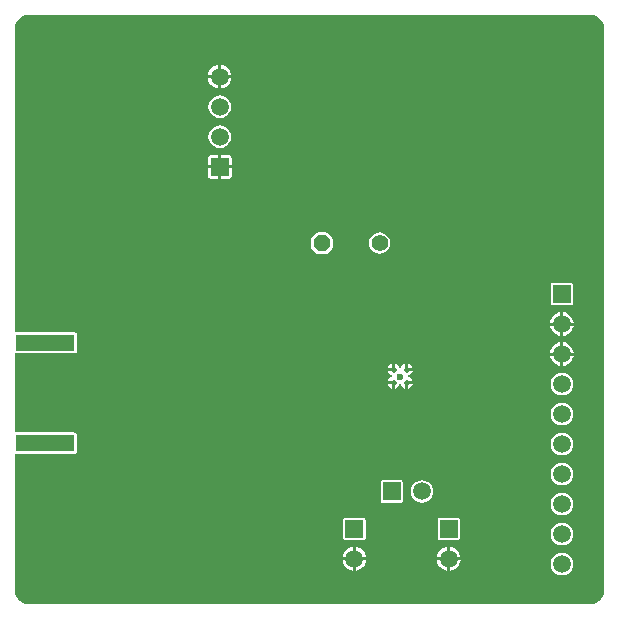
<source format=gbl>
G04 Layer_Physical_Order=2*
G04 Layer_Color=16711680*
%FSLAX44Y44*%
%MOMM*%
G71*
G01*
G75*
%ADD16R,5.0000X1.4000*%
%ADD32C,1.5000*%
%ADD33R,1.5000X1.5000*%
%ADD34P,1.5154X8X22.5*%
%ADD35C,1.4000*%
%ADD36R,1.5000X1.5000*%
%ADD37C,1.2700*%
%ADD38C,0.6000*%
%ADD39C,0.5000*%
G36*
X490114Y498622D02*
X492426Y497665D01*
X494506Y496275D01*
X496275Y494506D01*
X497665Y492426D01*
X498622Y490114D01*
X499110Y487661D01*
Y486410D01*
Y12700D01*
Y11449D01*
X498622Y8996D01*
X497665Y6684D01*
X496275Y4604D01*
X494506Y2835D01*
X492426Y1445D01*
X490114Y488D01*
X487661Y0D01*
X11449D01*
X8996Y488D01*
X6684Y1445D01*
X4604Y2835D01*
X2835Y4604D01*
X1445Y6684D01*
X488Y8996D01*
X0Y11449D01*
Y12700D01*
Y127051D01*
X500Y127461D01*
X50500D01*
X51280Y127616D01*
X51942Y128058D01*
X52384Y128720D01*
X52539Y129500D01*
Y143500D01*
X52384Y144280D01*
X51942Y144942D01*
X51280Y145384D01*
X50500Y145539D01*
X500D01*
X0Y145949D01*
Y212050D01*
X500Y212461D01*
X50500D01*
X51280Y212616D01*
X51942Y213058D01*
X52384Y213720D01*
X52539Y214500D01*
Y228500D01*
X52384Y229280D01*
X51942Y229942D01*
X51280Y230384D01*
X50500Y230539D01*
X500D01*
X0Y230949D01*
Y486410D01*
Y487661D01*
X488Y490114D01*
X1445Y492426D01*
X2835Y494506D01*
X4604Y496275D01*
X6684Y497665D01*
X8996Y498622D01*
X11449Y499110D01*
X487661D01*
X490114Y498622D01*
D02*
G37*
%LPC*%
G36*
X326850Y105039D02*
X311850D01*
X311070Y104884D01*
X310408Y104442D01*
X309966Y103780D01*
X309811Y103000D01*
Y88000D01*
X309966Y87220D01*
X310408Y86558D01*
X311070Y86116D01*
X311850Y85961D01*
X326850D01*
X327630Y86116D01*
X328292Y86558D01*
X328734Y87220D01*
X328889Y88000D01*
Y103000D01*
X328734Y103780D01*
X328292Y104442D01*
X327630Y104884D01*
X326850Y105039D01*
D02*
G37*
G36*
X463250Y119832D02*
X460770Y119506D01*
X458459Y118548D01*
X456475Y117025D01*
X454952Y115041D01*
X453994Y112730D01*
X453668Y110250D01*
X453994Y107770D01*
X454952Y105459D01*
X456475Y103475D01*
X458459Y101952D01*
X460770Y100995D01*
X463250Y100668D01*
X465730Y100995D01*
X468041Y101952D01*
X470025Y103475D01*
X471548Y105459D01*
X472505Y107770D01*
X472832Y110250D01*
X472505Y112730D01*
X471548Y115041D01*
X470025Y117025D01*
X468041Y118548D01*
X465730Y119506D01*
X463250Y119832D01*
D02*
G37*
G36*
X344750Y105082D02*
X342270Y104755D01*
X339959Y103798D01*
X337975Y102275D01*
X336452Y100291D01*
X335495Y97980D01*
X335168Y95500D01*
X335495Y93020D01*
X336452Y90709D01*
X337975Y88725D01*
X339959Y87202D01*
X342270Y86245D01*
X344750Y85918D01*
X347230Y86245D01*
X349541Y87202D01*
X351525Y88725D01*
X353048Y90709D01*
X354006Y93020D01*
X354332Y95500D01*
X354006Y97980D01*
X353048Y100291D01*
X351525Y102275D01*
X349541Y103798D01*
X347230Y104755D01*
X344750Y105082D01*
D02*
G37*
G36*
X375000Y73439D02*
X360000D01*
X359220Y73284D01*
X358558Y72842D01*
X358116Y72180D01*
X357961Y71400D01*
Y56400D01*
X358116Y55620D01*
X358558Y54958D01*
X359220Y54516D01*
X360000Y54361D01*
X375000D01*
X375780Y54516D01*
X376442Y54958D01*
X376884Y55620D01*
X377039Y56400D01*
Y71400D01*
X376884Y72180D01*
X376442Y72842D01*
X375780Y73284D01*
X375000Y73439D01*
D02*
G37*
G36*
X463250Y94432D02*
X460770Y94106D01*
X458459Y93148D01*
X456475Y91625D01*
X454952Y89641D01*
X453994Y87330D01*
X453668Y84850D01*
X453994Y82370D01*
X454952Y80059D01*
X456475Y78074D01*
X458459Y76552D01*
X460770Y75595D01*
X463250Y75268D01*
X465730Y75595D01*
X468041Y76552D01*
X470025Y78074D01*
X471548Y80059D01*
X472505Y82370D01*
X472832Y84850D01*
X472505Y87330D01*
X471548Y89641D01*
X470025Y91625D01*
X468041Y93148D01*
X465730Y94106D01*
X463250Y94432D01*
D02*
G37*
G36*
Y145232D02*
X460770Y144906D01*
X458459Y143948D01*
X456475Y142425D01*
X454952Y140441D01*
X453994Y138130D01*
X453668Y135650D01*
X453994Y133170D01*
X454952Y130859D01*
X456475Y128875D01*
X458459Y127352D01*
X460770Y126395D01*
X463250Y126068D01*
X465730Y126395D01*
X468041Y127352D01*
X470025Y128875D01*
X471548Y130859D01*
X472505Y133170D01*
X472832Y135650D01*
X472505Y138130D01*
X471548Y140441D01*
X470025Y142425D01*
X468041Y143948D01*
X465730Y144906D01*
X463250Y145232D01*
D02*
G37*
G36*
X336776Y186270D02*
X333160D01*
Y182654D01*
X333857Y182792D01*
X335524Y183906D01*
X336638Y185574D01*
X336776Y186270D01*
D02*
G37*
G36*
X319620Y203426D02*
X318923Y203288D01*
X317256Y202174D01*
X316142Y200506D01*
X316004Y199810D01*
X319620D01*
Y203426D01*
D02*
G37*
G36*
Y186270D02*
X316004D01*
X316142Y185574D01*
X317256Y183906D01*
X318923Y182792D01*
X319620Y182654D01*
Y186270D01*
D02*
G37*
G36*
X463250Y170632D02*
X460770Y170306D01*
X458459Y169348D01*
X456475Y167825D01*
X454952Y165841D01*
X453994Y163530D01*
X453668Y161050D01*
X453994Y158570D01*
X454952Y156259D01*
X456475Y154275D01*
X458459Y152752D01*
X460770Y151795D01*
X463250Y151468D01*
X465730Y151795D01*
X468041Y152752D01*
X470025Y154275D01*
X471548Y156259D01*
X472505Y158570D01*
X472832Y161050D01*
X472505Y163530D01*
X471548Y165841D01*
X470025Y167825D01*
X468041Y169348D01*
X465730Y170306D01*
X463250Y170632D01*
D02*
G37*
G36*
Y196032D02*
X460770Y195706D01*
X458459Y194748D01*
X456475Y193225D01*
X454952Y191241D01*
X453994Y188930D01*
X453668Y186450D01*
X453994Y183970D01*
X454952Y181659D01*
X456475Y179674D01*
X458459Y178152D01*
X460770Y177194D01*
X463250Y176868D01*
X465730Y177194D01*
X468041Y178152D01*
X470025Y179674D01*
X471548Y181659D01*
X472505Y183970D01*
X472832Y186450D01*
X472505Y188930D01*
X471548Y191241D01*
X470025Y193225D01*
X468041Y194748D01*
X465730Y195706D01*
X463250Y196032D01*
D02*
G37*
G36*
X297459Y37230D02*
X288770D01*
Y28541D01*
X290121Y28718D01*
X292563Y29730D01*
X294661Y31339D01*
X296270Y33437D01*
X297282Y35879D01*
X297459Y37230D01*
D02*
G37*
G36*
X377459D02*
X368770D01*
Y28541D01*
X370121Y28718D01*
X372563Y29730D01*
X374661Y31339D01*
X376270Y33437D01*
X377282Y35879D01*
X377459Y37230D01*
D02*
G37*
G36*
X366230D02*
X357541D01*
X357718Y35879D01*
X358730Y33437D01*
X360339Y31339D01*
X362437Y29730D01*
X364879Y28718D01*
X366230Y28541D01*
Y37230D01*
D02*
G37*
G36*
X463250Y43632D02*
X460770Y43306D01*
X458459Y42348D01*
X456475Y40825D01*
X454952Y38841D01*
X453994Y36530D01*
X453668Y34050D01*
X453994Y31570D01*
X454952Y29259D01*
X456475Y27274D01*
X458459Y25752D01*
X460770Y24794D01*
X463250Y24468D01*
X465730Y24794D01*
X468041Y25752D01*
X470025Y27274D01*
X471548Y29259D01*
X472505Y31570D01*
X472832Y34050D01*
X472505Y36530D01*
X471548Y38841D01*
X470025Y40825D01*
X468041Y42348D01*
X465730Y43306D01*
X463250Y43632D01*
D02*
G37*
G36*
X286230Y37230D02*
X277541D01*
X277718Y35879D01*
X278730Y33437D01*
X280339Y31339D01*
X282437Y29730D01*
X284879Y28718D01*
X286230Y28541D01*
Y37230D01*
D02*
G37*
G36*
Y48459D02*
X284879Y48282D01*
X282437Y47270D01*
X280339Y45661D01*
X278730Y43563D01*
X277718Y41121D01*
X277541Y39770D01*
X286230D01*
Y48459D01*
D02*
G37*
G36*
X463250Y69032D02*
X460770Y68706D01*
X458459Y67748D01*
X456475Y66225D01*
X454952Y64241D01*
X453994Y61930D01*
X453668Y59450D01*
X453994Y56970D01*
X454952Y54659D01*
X456475Y52674D01*
X458459Y51152D01*
X460770Y50195D01*
X463250Y49868D01*
X465730Y50195D01*
X468041Y51152D01*
X470025Y52674D01*
X471548Y54659D01*
X472505Y56970D01*
X472832Y59450D01*
X472505Y61930D01*
X471548Y64241D01*
X470025Y66225D01*
X468041Y67748D01*
X465730Y68706D01*
X463250Y69032D01*
D02*
G37*
G36*
X295000Y73439D02*
X280000D01*
X279220Y73284D01*
X278558Y72842D01*
X278116Y72180D01*
X277961Y71400D01*
Y56400D01*
X278116Y55620D01*
X278558Y54958D01*
X279220Y54516D01*
X280000Y54361D01*
X295000D01*
X295780Y54516D01*
X296442Y54958D01*
X296884Y55620D01*
X297039Y56400D01*
Y71400D01*
X296884Y72180D01*
X296442Y72842D01*
X295780Y73284D01*
X295000Y73439D01*
D02*
G37*
G36*
X368770Y48459D02*
Y39770D01*
X377459D01*
X377282Y41121D01*
X376270Y43563D01*
X374661Y45661D01*
X372563Y47270D01*
X370121Y48282D01*
X368770Y48459D01*
D02*
G37*
G36*
X366230D02*
X364879Y48282D01*
X362437Y47270D01*
X360339Y45661D01*
X358730Y43563D01*
X357718Y41121D01*
X357541Y39770D01*
X366230D01*
Y48459D01*
D02*
G37*
G36*
X288770D02*
Y39770D01*
X297459D01*
X297282Y41121D01*
X296270Y43563D01*
X294661Y45661D01*
X292563Y47270D01*
X290121Y48282D01*
X288770Y48459D01*
D02*
G37*
G36*
X172230Y380590D02*
X166000D01*
X165009Y380393D01*
X164169Y379831D01*
X163607Y378991D01*
X163410Y378000D01*
Y371770D01*
X172230D01*
Y380590D01*
D02*
G37*
G36*
X181000D02*
X174770D01*
Y371770D01*
X183590D01*
Y378000D01*
X183393Y378991D01*
X182831Y379831D01*
X181991Y380393D01*
X181000Y380590D01*
D02*
G37*
G36*
X183590Y369230D02*
X174770D01*
Y360410D01*
X181000D01*
X181991Y360607D01*
X182831Y361169D01*
X183393Y362009D01*
X183590Y363000D01*
Y369230D01*
D02*
G37*
G36*
X263600Y314789D02*
X263600Y314789D01*
X256600D01*
X255820Y314634D01*
X255158Y314192D01*
X251658Y310692D01*
X251658Y310692D01*
X251216Y310030D01*
X251061Y309250D01*
X251061Y309250D01*
Y302250D01*
X251216Y301470D01*
X251658Y300808D01*
X255158Y297308D01*
X255158Y297308D01*
X255820Y296866D01*
X256600Y296711D01*
X256600Y296711D01*
X263600D01*
X264380Y296866D01*
X265042Y297308D01*
X268542Y300808D01*
X268542Y300808D01*
X268984Y301470D01*
X269139Y302250D01*
X269139Y302250D01*
Y309250D01*
X268984Y310030D01*
X268542Y310692D01*
X265042Y314192D01*
X265042Y314192D01*
X264380Y314634D01*
X263600Y314789D01*
D02*
G37*
G36*
X172230Y369230D02*
X163410D01*
Y363000D01*
X163607Y362009D01*
X164169Y361169D01*
X165009Y360607D01*
X166000Y360410D01*
X172230D01*
Y369230D01*
D02*
G37*
G36*
X173500Y405482D02*
X171020Y405155D01*
X168709Y404198D01*
X166725Y402675D01*
X165202Y400691D01*
X164245Y398380D01*
X163918Y395900D01*
X164245Y393420D01*
X165202Y391109D01*
X166725Y389124D01*
X168709Y387602D01*
X171020Y386645D01*
X173500Y386318D01*
X175980Y386645D01*
X178291Y387602D01*
X180275Y389124D01*
X181798Y391109D01*
X182756Y393420D01*
X183082Y395900D01*
X182756Y398380D01*
X181798Y400691D01*
X180275Y402675D01*
X178291Y404198D01*
X175980Y405155D01*
X173500Y405482D01*
D02*
G37*
G36*
X172230Y456659D02*
X170879Y456482D01*
X168437Y455470D01*
X166339Y453861D01*
X164730Y451763D01*
X163718Y449321D01*
X163541Y447970D01*
X172230D01*
Y456659D01*
D02*
G37*
G36*
X174770D02*
Y447970D01*
X183459D01*
X183282Y449321D01*
X182270Y451763D01*
X180661Y453861D01*
X178563Y455470D01*
X176121Y456482D01*
X174770Y456659D01*
D02*
G37*
G36*
X172230Y445430D02*
X163541D01*
X163718Y444079D01*
X164730Y441637D01*
X166339Y439539D01*
X168437Y437930D01*
X170879Y436918D01*
X172230Y436741D01*
Y445430D01*
D02*
G37*
G36*
X173500Y430882D02*
X171020Y430555D01*
X168709Y429598D01*
X166725Y428075D01*
X165202Y426091D01*
X164245Y423780D01*
X163918Y421300D01*
X164245Y418820D01*
X165202Y416509D01*
X166725Y414524D01*
X168709Y413002D01*
X171020Y412044D01*
X173500Y411718D01*
X175980Y412044D01*
X178291Y413002D01*
X180275Y414524D01*
X181798Y416509D01*
X182756Y418820D01*
X183082Y421300D01*
X182756Y423780D01*
X181798Y426091D01*
X180275Y428075D01*
X178291Y429598D01*
X175980Y430555D01*
X173500Y430882D01*
D02*
G37*
G36*
X183459Y445430D02*
X174770D01*
Y436741D01*
X176121Y436918D01*
X178563Y437930D01*
X180661Y439539D01*
X182270Y441637D01*
X183282Y444079D01*
X183459Y445430D01*
D02*
G37*
G36*
X308900Y314828D02*
X306551Y314518D01*
X304361Y313612D01*
X302481Y312169D01*
X301038Y310289D01*
X300132Y308099D01*
X299822Y305750D01*
X300132Y303400D01*
X301038Y301211D01*
X302481Y299331D01*
X304361Y297889D01*
X306551Y296982D01*
X308900Y296672D01*
X311250Y296982D01*
X313439Y297889D01*
X315319Y299331D01*
X316761Y301211D01*
X317668Y303400D01*
X317978Y305750D01*
X317668Y308099D01*
X316761Y310289D01*
X315319Y312169D01*
X313439Y313612D01*
X311250Y314518D01*
X308900Y314828D01*
D02*
G37*
G36*
X461980Y210580D02*
X453291D01*
X453468Y209229D01*
X454480Y206787D01*
X456089Y204689D01*
X458187Y203080D01*
X460629Y202068D01*
X461980Y201891D01*
Y210580D01*
D02*
G37*
G36*
Y221809D02*
X460629Y221632D01*
X458187Y220620D01*
X456089Y219011D01*
X454480Y216913D01*
X453468Y214471D01*
X453291Y213120D01*
X461980D01*
Y221809D01*
D02*
G37*
G36*
X473209Y210580D02*
X464520D01*
Y201891D01*
X465871Y202068D01*
X468313Y203080D01*
X470411Y204689D01*
X472020Y206787D01*
X473032Y209229D01*
X473209Y210580D01*
D02*
G37*
G36*
X333160Y203426D02*
Y199810D01*
X336776D01*
X336638Y200506D01*
X335524Y202174D01*
X333857Y203288D01*
X333160Y203426D01*
D02*
G37*
G36*
X330620D02*
X329924Y203288D01*
X328256Y202174D01*
X327142Y200506D01*
X327037Y199979D01*
X325743D01*
X325638Y200506D01*
X324524Y202174D01*
X322856Y203288D01*
X322160Y203426D01*
Y198540D01*
X320890D01*
Y197270D01*
X316004D01*
X316142Y196574D01*
X317256Y194906D01*
X318923Y193792D01*
X319451Y193687D01*
Y192393D01*
X318923Y192288D01*
X317256Y191174D01*
X316142Y189506D01*
X316004Y188810D01*
X320890D01*
Y187540D01*
X322160D01*
Y182654D01*
X322856Y182792D01*
X324524Y183906D01*
X325638Y185574D01*
X325743Y186101D01*
X327037D01*
X327142Y185574D01*
X328256Y183906D01*
X329924Y182792D01*
X330620Y182654D01*
Y187540D01*
X331890D01*
Y188810D01*
X336776D01*
X336638Y189506D01*
X335524Y191174D01*
X333857Y192288D01*
X333329Y192393D01*
Y193687D01*
X333857Y193792D01*
X335524Y194906D01*
X336638Y196574D01*
X336776Y197270D01*
X331890D01*
Y198540D01*
X330620D01*
Y203426D01*
D02*
G37*
G36*
X464520Y221809D02*
Y213120D01*
X473209D01*
X473032Y214471D01*
X472020Y216913D01*
X470411Y219011D01*
X468313Y220620D01*
X465871Y221632D01*
X464520Y221809D01*
D02*
G37*
G36*
Y247209D02*
Y238520D01*
X473209D01*
X473032Y239871D01*
X472020Y242313D01*
X470411Y244411D01*
X468313Y246020D01*
X465871Y247032D01*
X464520Y247209D01*
D02*
G37*
G36*
X470750Y272189D02*
X455750D01*
X454970Y272034D01*
X454308Y271592D01*
X453866Y270930D01*
X453711Y270150D01*
Y255150D01*
X453866Y254370D01*
X454308Y253708D01*
X454970Y253266D01*
X455750Y253111D01*
X470750D01*
X471530Y253266D01*
X472192Y253708D01*
X472634Y254370D01*
X472789Y255150D01*
Y270150D01*
X472634Y270930D01*
X472192Y271592D01*
X471530Y272034D01*
X470750Y272189D01*
D02*
G37*
G36*
X461980Y247209D02*
X460629Y247032D01*
X458187Y246020D01*
X456089Y244411D01*
X454480Y242313D01*
X453468Y239871D01*
X453291Y238520D01*
X461980D01*
Y247209D01*
D02*
G37*
G36*
X473209Y235980D02*
X464520D01*
Y227291D01*
X465871Y227468D01*
X468313Y228480D01*
X470411Y230089D01*
X472020Y232187D01*
X473032Y234629D01*
X473209Y235980D01*
D02*
G37*
G36*
X461980D02*
X453291D01*
X453468Y234629D01*
X454480Y232187D01*
X456089Y230089D01*
X458187Y228480D01*
X460629Y227468D01*
X461980Y227291D01*
Y235980D01*
D02*
G37*
%LPD*%
D16*
X25500Y221500D02*
D03*
Y136500D02*
D03*
D32*
X173500Y446700D02*
D03*
Y421300D02*
D03*
Y395900D02*
D03*
X367500Y38500D02*
D03*
X463250Y211850D02*
D03*
Y34050D02*
D03*
Y59450D02*
D03*
Y84850D02*
D03*
Y110250D02*
D03*
Y135650D02*
D03*
Y161050D02*
D03*
Y186450D02*
D03*
Y237250D02*
D03*
X344750Y95500D02*
D03*
X287500Y38500D02*
D03*
D33*
X173500Y370500D02*
D03*
X367500Y63900D02*
D03*
X463250Y262650D02*
D03*
X287500Y63900D02*
D03*
D34*
X260100Y305750D02*
D03*
D35*
X308900D02*
D03*
D36*
X319350Y95500D02*
D03*
D37*
X62000Y125000D02*
D03*
X63750Y234750D02*
D03*
X43500Y116750D02*
D03*
X47500Y241750D02*
D03*
X29250D02*
D03*
X12000Y242250D02*
D03*
X285000Y305000D02*
D03*
X235250Y321000D02*
D03*
X212000Y321750D02*
D03*
X168750Y322000D02*
D03*
X144500Y344500D02*
D03*
X132500Y355500D02*
D03*
X122000Y365750D02*
D03*
X112000Y377250D02*
D03*
X101750Y389250D02*
D03*
X284000Y413000D02*
D03*
X259500Y378000D02*
D03*
X150000Y406750D02*
D03*
X224250Y477250D02*
D03*
X224000Y440500D02*
D03*
X224250Y459750D02*
D03*
X336500Y382500D02*
D03*
X320250Y394750D02*
D03*
X294750Y379000D02*
D03*
X205750Y378500D02*
D03*
X187250Y321250D02*
D03*
X155750Y333250D02*
D03*
X101750Y404250D02*
D03*
X67250Y388750D02*
D03*
X73250Y371750D02*
D03*
X84000Y359000D02*
D03*
X66750Y405750D02*
D03*
X95500Y347000D02*
D03*
X108250Y335000D02*
D03*
X120500Y323250D02*
D03*
X132750Y310250D02*
D03*
X145750Y297750D02*
D03*
X164000Y288250D02*
D03*
X189000Y287750D02*
D03*
X212250Y288000D02*
D03*
X243000Y292750D02*
D03*
X262250Y283250D02*
D03*
X57000Y195000D02*
D03*
X57500Y163000D02*
D03*
X90500Y162500D02*
D03*
X360000Y166000D02*
D03*
X301250Y160250D02*
D03*
X364250Y221250D02*
D03*
X350750Y277250D02*
D03*
X485750Y237250D02*
D03*
X486250Y211750D02*
D03*
X488750Y436500D02*
D03*
X440500Y415500D02*
D03*
X489250Y415250D02*
D03*
X371500Y332000D02*
D03*
X350000Y367000D02*
D03*
X352250Y342000D02*
D03*
X366750Y279000D02*
D03*
X282000Y106750D02*
D03*
X270250Y139750D02*
D03*
X237250Y135250D02*
D03*
X154500Y216750D02*
D03*
X200750Y218250D02*
D03*
X236500Y244750D02*
D03*
X279250Y270500D02*
D03*
X269250Y254250D02*
D03*
X191500Y130250D02*
D03*
X174250Y123250D02*
D03*
X157000Y143000D02*
D03*
X143500Y233750D02*
D03*
X108500D02*
D03*
X63500Y216500D02*
D03*
X27250Y116250D02*
D03*
X10500Y116500D02*
D03*
X112000Y453000D02*
D03*
X57000Y452250D02*
D03*
X109500Y140500D02*
D03*
X91250Y141000D02*
D03*
D38*
X326250Y192750D02*
D03*
D39*
X320890Y198540D02*
D03*
X331890D02*
D03*
X320890Y187540D02*
D03*
X331890D02*
D03*
M02*

</source>
